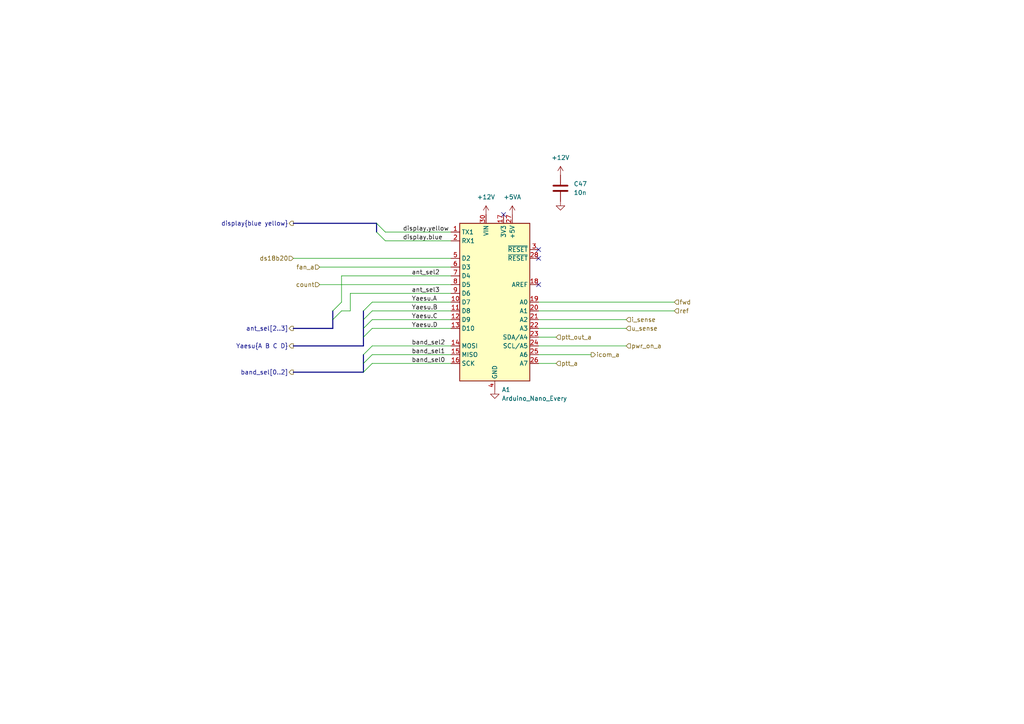
<source format=kicad_sch>
(kicad_sch (version 20230121) (generator eeschema)
  (paper "A4")
  (lib_symbols
    (symbol "Device:C" (pin_numbers hide) (pin_names (offset 0.254))
      (property "Reference" "C" (at 0.635 2.54 0))
      (property "Value" "C" (at 0.635 -2.54 0))
      (symbol "C_0_1"
        (polyline (pts (xy -2.032 -0.762) (xy 2.032 -0.762)) (stroke (width 0.508)))
        (polyline (pts (xy -2.032 0.762) (xy 2.032 0.762)) (stroke (width 0.508)))
      )
      (symbol "C_1_1"
        (pin passive line (at 0 3.81 270) (length 2.794) (name "~") (number "1"))
        (pin passive line (at 0 -3.81 90) (length 2.794) (name "~") (number "2"))
      )
    )
    (symbol "MCU_Module:Arduino_Nano_Every"
      (property "Reference" "A" (at -10.16 23.495 0))
      (property "Value" "Arduino_Nano_Every" (at 5.08 -24.13 0))
      (symbol "Arduino_Nano_Every_0_1"
        (rectangle (start -10.16 22.86) (end 10.16 -22.86) (stroke (width 0.254)) (fill (type background)))
      )
      (symbol "Arduino_Nano_Every_1_1"
        (pin bidirectional line (at -12.7 20.32 0) (length 2.54) (name "TX1") (number "1"))
        (pin bidirectional line (at -12.7 0 0) (length 2.54) (name "D7") (number "10"))
        (pin bidirectional line (at -12.7 -2.54 0) (length 2.54) (name "D8") (number "11"))
        (pin bidirectional line (at -12.7 -5.08 0) (length 2.54) (name "D9") (number "12"))
        (pin bidirectional line (at -12.7 -7.62 0) (length 2.54) (name "D10") (number "13"))
        (pin bidirectional line (at -12.7 -12.7 0) (length 2.54) (name "MOSI") (number "14"))
        (pin bidirectional line (at -12.7 -15.24 0) (length 2.54) (name "MISO") (number "15"))
        (pin bidirectional line (at -12.7 -17.78 0) (length 2.54) (name "SCK") (number "16"))
        (pin power_out line (at 2.54 25.4 270) (length 2.54) (name "3V3") (number "17"))
        (pin input line (at 12.7 5.08 180) (length 2.54) (name "AREF") (number "18"))
        (pin bidirectional line (at 12.7 0 180) (length 2.54) (name "A0") (number "19"))
        (pin bidirectional line (at -12.7 17.78 0) (length 2.54) (name "RX1") (number "2"))
        (pin bidirectional line (at 12.7 -2.54 180) (length 2.54) (name "A1") (number "20"))
        (pin bidirectional line (at 12.7 -5.08 180) (length 2.54) (name "A2") (number "21"))
        (pin bidirectional line (at 12.7 -7.62 180) (length 2.54) (name "A3") (number "22"))
        (pin bidirectional line (at 12.7 -10.16 180) (length 2.54) (name "SDA/A4") (number "23"))
        (pin bidirectional line (at 12.7 -12.7 180) (length 2.54) (name "SCL/A5") (number "24"))
        (pin bidirectional line (at 12.7 -15.24 180) (length 2.54) (name "A6") (number "25"))
        (pin bidirectional line (at 12.7 -17.78 180) (length 2.54) (name "A7") (number "26"))
        (pin power_out line (at 5.08 25.4 270) (length 2.54) (name "+5V") (number "27"))
        (pin input line (at 12.7 12.7 180) (length 2.54) (name "~{RESET}") (number "28"))
        (pin passive line (at 0 -25.4 90) (length 2.54) hide (name "GND") (number "29"))
        (pin input line (at 12.7 15.24 180) (length 2.54) (name "~{RESET}") (number "3"))
        (pin power_in line (at -2.54 25.4 270) (length 2.54) (name "VIN") (number "30"))
        (pin power_in line (at 0 -25.4 90) (length 2.54) (name "GND") (number "4"))
        (pin bidirectional line (at -12.7 12.7 0) (length 2.54) (name "D2") (number "5"))
        (pin bidirectional line (at -12.7 10.16 0) (length 2.54) (name "D3") (number "6"))
        (pin bidirectional line (at -12.7 7.62 0) (length 2.54) (name "D4") (number "7"))
        (pin bidirectional line (at -12.7 5.08 0) (length 2.54) (name "D5") (number "8"))
        (pin bidirectional line (at -12.7 2.54 0) (length 2.54) (name "D6") (number "9"))
      )
    )
    (symbol "power:+12V" (power) (pin_names (offset 0))
      (property "Value" "+12V" (at 0 3.556 0))
      (symbol "+12V_0_1"
        (polyline (pts (xy -0.762 1.27) (xy 0 2.54)))
        (polyline (pts (xy 0 0) (xy 0 2.54)))
        (polyline (pts (xy 0 2.54) (xy 0.762 1.27)))
      )
      (symbol "+12V_1_1"
        (pin power_in line (at 0 0 90) (length 0) hide (name "+12V") (number "1"))
      )
    )
    (symbol "power:+5VA" (power) (pin_names (offset 0))
      (property "Value" "+5VA" (at 0 3.556 0))
      (symbol "+5VA_0_1"
        (polyline (pts (xy -0.762 1.27) (xy 0 2.54)))
        (polyline (pts (xy 0 0) (xy 0 2.54)))
        (polyline (pts (xy 0 2.54) (xy 0.762 1.27)))
      )
      (symbol "+5VA_1_1"
        (pin power_in line (at 0 0 90) (length 0) hide (name "+5VA") (number "1"))
      )
    )
    (symbol "power:GND" (power) (pin_names (offset 0))
      (property "Value" "GND" (at 0 -3.81 0))
      (symbol "GND_0_1"
        (polyline (pts (xy 0 0) (xy 0 -1.27) (xy 1.27 -1.27) (xy 0 -2.54) (xy -1.27 -1.27) (xy 0 -1.27)))
      )
      (symbol "GND_1_1"
        (pin power_in line (at 0 0 270) (length 0) hide (name "GND") (number "1"))
      )
    )
  )
  (no_connect (at 156.21 72.39))
  (no_connect (at 146.05 62.23))
  (no_connect (at 156.21 74.93))
  (no_connect (at 156.21 82.55))
  (bus_entry (at 107.95 95.25) (size -2.54 2.54))
  (bus_entry (at 109.22 64.77) (size 2.54 2.54))
  (bus_entry (at 105.41 105.41) (size 2.54 -2.54))
  (bus_entry (at 99.06 87.63) (size -2.54 2.54))
  (bus_entry (at 105.41 102.87) (size 2.54 -2.54))
  (bus_entry (at 105.41 107.95) (size 2.54 -2.54))
  (bus_entry (at 107.95 90.17) (size -2.54 2.54))
  (bus_entry (at 107.95 92.71) (size -2.54 2.54))
  (bus_entry (at 107.95 87.63) (size -2.54 2.54))
  (bus_entry (at 99.06 90.17) (size -2.54 2.54))
  (bus_entry (at 109.22 67.31) (size 2.54 2.54))
  (bus (pts (xy 96.52 90.17) (xy 96.52 92.71)))
  (wire (pts (xy 107.95 102.87) (xy 130.81 102.87)))
  (bus (pts (xy 109.22 64.77) (xy 109.22 67.31)))
  (wire (pts (xy 156.21 100.33) (xy 181.61 100.33)))
  (bus (pts (xy 85.09 95.25) (xy 96.52 95.25)))
  (wire (pts (xy 156.21 87.63) (xy 195.58 87.63)))
  (bus (pts (xy 105.41 95.25) (xy 105.41 97.79)))
  (bus (pts (xy 85.09 107.95) (xy 105.41 107.95)))
  (wire (pts (xy 107.95 90.17) (xy 130.81 90.17)))
  (bus (pts (xy 105.41 92.71) (xy 105.41 95.25)))
  (bus (pts (xy 85.09 100.33) (xy 105.41 100.33)))
  (wire (pts (xy 111.76 69.85) (xy 130.81 69.85)))
  (bus (pts (xy 105.41 105.41) (xy 105.41 107.95)))
  (wire (pts (xy 101.6 85.09) (xy 130.81 85.09)))
  (wire (pts (xy 92.71 82.55) (xy 130.81 82.55)))
  (wire (pts (xy 156.21 95.25) (xy 181.61 95.25)))
  (wire (pts (xy 156.21 90.17) (xy 195.58 90.17)))
  (wire (pts (xy 107.95 92.71) (xy 130.81 92.71)))
  (bus (pts (xy 105.41 97.79) (xy 105.41 100.33)))
  (wire (pts (xy 85.09 74.93) (xy 130.81 74.93)))
  (wire (pts (xy 156.21 92.71) (xy 181.61 92.71)))
  (wire (pts (xy 156.21 102.87) (xy 171.45 102.87)))
  (wire (pts (xy 156.21 105.41) (xy 161.29 105.41)))
  (wire (pts (xy 111.76 67.31) (xy 130.81 67.31)))
  (wire (pts (xy 156.21 97.79) (xy 161.29 97.79)))
  (wire (pts (xy 107.95 87.63) (xy 130.81 87.63)))
  (wire (pts (xy 107.95 100.33) (xy 130.81 100.33)))
  (wire (pts (xy 99.06 80.01) (xy 99.06 87.63)))
  (wire (pts (xy 99.06 80.01) (xy 130.81 80.01)))
  (bus (pts (xy 105.41 90.17) (xy 105.41 92.71)))
  (wire (pts (xy 107.95 95.25) (xy 130.81 95.25)))
  (bus (pts (xy 96.52 92.71) (xy 96.52 95.25)))
  (wire (pts (xy 99.06 90.17) (xy 101.6 90.17)))
  (wire (pts (xy 107.95 105.41) (xy 130.81 105.41)))
  (bus (pts (xy 105.41 102.87) (xy 105.41 105.41)))
  (wire (pts (xy 92.71 77.47) (xy 130.81 77.47)))
  (bus (pts (xy 85.09 64.77) (xy 109.22 64.77)))
  (wire (pts (xy 101.6 90.17) (xy 101.6 85.09)))
  (label "display.blue" (at 116.84 69.85 0))
  (label "ant_sel2" (at 119.38 80.01 0))
  (label "band_sel0" (at 119.38 105.41 0))
  (label "Yaesu.A" (at 119.38 87.63 0))
  (label "Yaesu.D" (at 119.38 95.25 0))
  (label "Yaesu.C" (at 119.38 92.71 0))
  (label "display.yellow" (at 116.84 67.31 0))
  (label "ant_sel3" (at 119.38 85.09 0))
  (label "band_sel1" (at 119.38 102.87 0))
  (label "band_sel2" (at 119.38 100.33 0))
  (label "Yaesu.B" (at 119.38 90.17 0))
  (hierarchical_label "display{blue yellow}" (shape output) (at 85.09 64.77 180))
  (hierarchical_label "icom_a" (shape output) (at 171.45 102.87 0))
  (hierarchical_label "band_sel[0..2]" (shape output) (at 85.09 107.95 180))
  (hierarchical_label "count" (shape input) (at 92.71 82.55 180))
  (hierarchical_label "i_sense" (shape input) (at 181.61 92.71 0))
  (hierarchical_label "ant_sel[2..3]" (shape output) (at 85.09 95.25 180))
  (hierarchical_label "ptt_out_a" (shape input) (at 161.29 97.79 0))
  (hierarchical_label "u_sense" (shape input) (at 181.61 95.25 0))
  (hierarchical_label "fwd" (shape input) (at 195.58 87.63 0))
  (hierarchical_label "ptt_a" (shape input) (at 161.29 105.41 0))
  (hierarchical_label "pwr_on_a" (shape input) (at 181.61 100.33 0))
  (hierarchical_label "ref" (shape input) (at 195.58 90.17 0))
  (hierarchical_label "ds18b20" (shape input) (at 85.09 74.93 180))
  (hierarchical_label "fan_a" (shape input) (at 92.71 77.47 180))
  (hierarchical_label "Yaesu{A B C D}" (shape output) (at 85.09 100.33 180))
  (symbol (lib_id "power:+5VA") (at 148.59 62.23 0) (unit 1)
    (property "Reference" "#PWR051" (effects hide))
    (property "Value" "+5VA" (at 148.59 57.15 0))
  )
  (symbol (lib_id "MCU_Module:Arduino_Nano_Every") (at 143.51 87.63 0) (unit 1)
    (property "Reference" "A1" (at 145.5294 113.03 0) (effects (justify left)))
    (property "Value" "Arduino_Nano_Every" (at 145.5294 115.57 0) (effects (justify left)))
    (property "Footprint" "Library:Arduino_Nano" (effects hide))
    (property "Datasheet" "https://content.arduino.cc/assets/NANOEveryV3.0_sch.pdf" (effects hide))
  )
  (symbol (lib_id "power:GND") (at 162.56 58.42 0) (mirror y) (unit 1)
    (property "Reference" "#PWR020" (effects hide))
    (property "Value" "GND" (effects hide))
  )
  (symbol (lib_id "power:+12V") (at 162.56 50.8 0) (unit 1)
    (property "Reference" "#PWR014" (effects hide))
    (property "Value" "+12V" (at 162.56 45.72 0))
  )
  (symbol (lib_id "power:+12V") (at 140.97 62.23 0) (unit 1)
    (property "Reference" "#PWR022" (effects hide))
    (property "Value" "+12V" (at 140.97 57.15 0))
  )
  (symbol (lib_id "Device:C") (at 162.56 54.61 0) (unit 1)
    (property "Reference" "C47" (at 166.37 53.3399 0) (effects (justify left)))
    (property "Value" "10n" (at 166.37 55.8799 0) (effects (justify left)))
    (property "Footprint" "Capacitor_SMD:C_1206_3216Metric" (effects hide))
  )
  (symbol (lib_id "power:GND") (at 143.51 113.03 0) (mirror y) (unit 1)
    (property "Reference" "#PWR027" (effects hide))
    (property "Value" "GND" (effects hide))
  )
)
</source>
